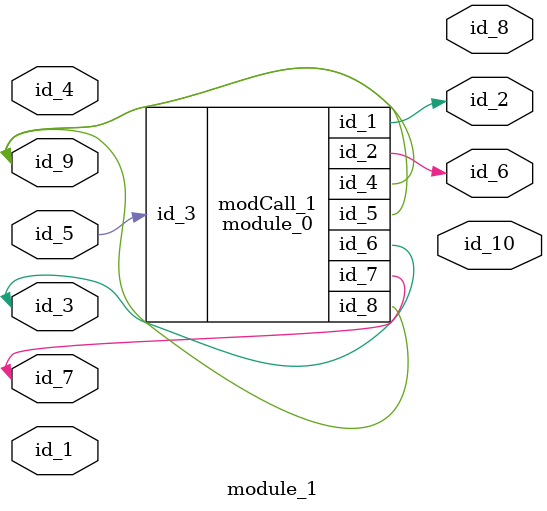
<source format=v>
module module_0 (
    id_1,
    id_2,
    id_3,
    id_4,
    id_5,
    id_6,
    id_7,
    id_8
);
  inout wire id_8;
  inout wire id_7;
  inout wire id_6;
  output wire id_5;
  inout wire id_4;
  input wire id_3;
  output wire id_2;
  output wire id_1;
  assign id_4 = 1;
  assign id_1 = -1;
endmodule
module module_1 (
    id_1,
    id_2,
    id_3,
    id_4,
    id_5,
    id_6,
    id_7,
    id_8,
    id_9,
    id_10
);
  output wire id_10;
  inout wire id_9;
  output wire id_8;
  inout wire id_7;
  output wire id_6;
  input wire id_5;
  input wire id_4;
  inout wire id_3;
  output wire id_2;
  input wire id_1;
  module_0 modCall_1 (
      id_2,
      id_6,
      id_5,
      id_9,
      id_9,
      id_3,
      id_7,
      id_9
  );
endmodule

</source>
